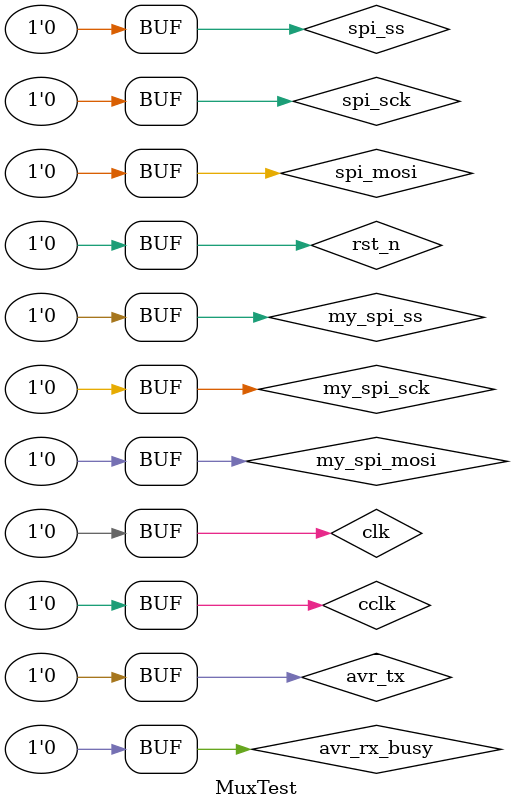
<source format=v>
`timescale 1ns / 1ps


module MuxTest;

	// Inputs
	reg clk;
	reg rst_n;
	reg cclk;
	reg spi_ss;
	reg spi_mosi;
	reg spi_sck;
	reg avr_tx;
	reg avr_rx_busy;
	reg my_spi_ss;
	reg my_spi_mosi;
	reg my_spi_sck;

	// Outputs
	wire [7:0] led;
	wire spi_miso;
	wire [3:0] spi_channel;
	wire avr_rx;
	wire my_spi_miso;

	// Instantiate the Unit Under Test (UUT)
	mojo_top uut (
		.clk(clk), 
		.rst_n(rst_n), 
		.cclk(cclk), 
		.led(led), 
		.spi_miso(spi_miso), 
		.spi_ss(spi_ss), 
		.spi_mosi(spi_mosi), 
		.spi_sck(spi_sck), 
		.spi_channel(spi_channel), 
		.avr_tx(avr_tx), 
		.avr_rx(avr_rx), 
		.avr_rx_busy(avr_rx_busy), 
		.my_spi_miso(my_spi_miso), 
		.my_spi_ss(my_spi_ss), 
		.my_spi_mosi(my_spi_mosi), 
		.my_spi_sck(my_spi_sck)
	);

	initial begin
		// Initialize Inputs
		clk = 0;
		rst_n = 0;
		cclk = 0;
		spi_ss = 0;
		spi_mosi = 0;
		spi_sck = 0;
		avr_tx = 0;
		avr_rx_busy = 0;
		my_spi_ss = 0;
		my_spi_mosi = 0;
		my_spi_sck = 0;

		// Wait 100 ns for global reset to finish
		#100;
        
		// Add stimulus here
		
		
		

	end
      
endmodule


</source>
